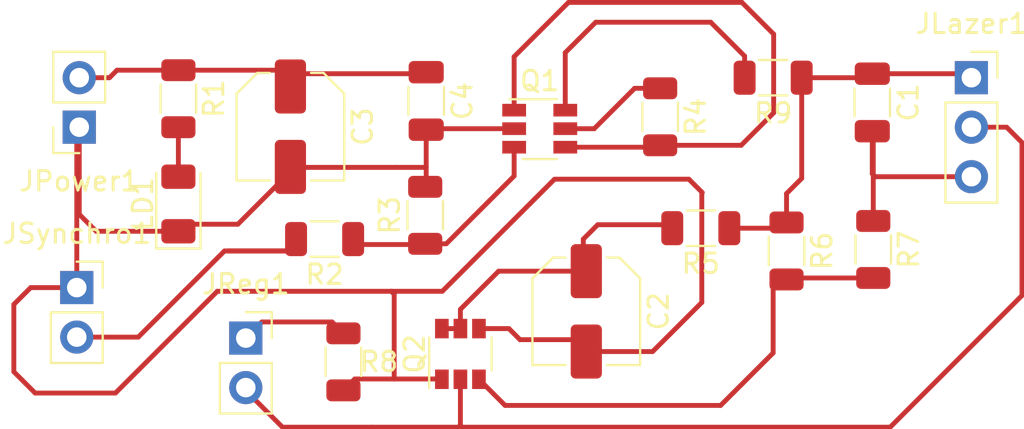
<source format=kicad_pcb>
(kicad_pcb (version 20171130) (host pcbnew "(5.1.9)-1")

  (general
    (thickness 1.6)
    (drawings 6)
    (tracks 120)
    (zones 0)
    (modules 20)
    (nets 13)
  )

  (page A4)
  (title_block
    (date 2021-06-29)
    (comment 2 semenenko_myk@ukr.net)
  )

  (layers
    (0 F.Cu signal)
    (1 In1.Cu signal hide)
    (2 In2.Cu signal hide)
    (31 B.Cu signal hide)
    (32 B.Adhes user hide)
    (33 F.Adhes user hide)
    (34 B.Paste user hide)
    (35 F.Paste user hide)
    (36 B.SilkS user hide)
    (37 F.SilkS user hide)
    (38 B.Mask user hide)
    (39 F.Mask user hide)
    (40 Dwgs.User user hide)
    (41 Cmts.User user hide)
    (42 Eco1.User user hide)
    (43 Eco2.User user hide)
    (44 Edge.Cuts user hide)
    (45 Margin user hide)
    (46 B.CrtYd user hide)
    (47 F.CrtYd user hide)
    (48 B.Fab user hide)
    (49 F.Fab user hide)
  )

  (setup
    (last_trace_width 0.25)
    (trace_clearance 0.2)
    (zone_clearance 0.508)
    (zone_45_only no)
    (trace_min 0.2)
    (via_size 0.8)
    (via_drill 0.4)
    (via_min_size 0.4)
    (via_min_drill 0.3)
    (uvia_size 0.3)
    (uvia_drill 0.1)
    (uvias_allowed no)
    (uvia_min_size 0.2)
    (uvia_min_drill 0.1)
    (edge_width 0.05)
    (segment_width 0.2)
    (pcb_text_width 0.3)
    (pcb_text_size 1.5 1.5)
    (mod_edge_width 0.12)
    (mod_text_size 1 1)
    (mod_text_width 0.15)
    (pad_size 1.524 1.524)
    (pad_drill 0.762)
    (pad_to_mask_clearance 0)
    (aux_axis_origin 0 0)
    (visible_elements 7FFFFFFF)
    (pcbplotparams
      (layerselection 0x010a0_7ffffff9)
      (usegerberextensions false)
      (usegerberattributes true)
      (usegerberadvancedattributes true)
      (creategerberjobfile true)
      (excludeedgelayer true)
      (linewidth 0.100000)
      (plotframeref false)
      (viasonmask false)
      (mode 1)
      (useauxorigin false)
      (hpglpennumber 1)
      (hpglpenspeed 20)
      (hpglpendiameter 15.000000)
      (psnegative false)
      (psa4output false)
      (plotreference true)
      (plotvalue true)
      (plotinvisibletext false)
      (padsonsilk false)
      (subtractmaskfromsilk false)
      (outputformat 1)
      (mirror false)
      (drillshape 0)
      (scaleselection 1)
      (outputdirectory ""))
  )

  (net 0 "")
  (net 1 "Net-(C1-Pad1)")
  (net 2 "Net-(C1-Pad2)")
  (net 3 "Net-(C2-Pad1)")
  (net 4 "Net-(C3-Pad1)")
  (net 5 "Net-(JReg1-Pad1)")
  (net 6 "Net-(JSynchro1-Pad2)")
  (net 7 "Net-(LD1-Pad2)")
  (net 8 "Net-(Q1-Pad1)")
  (net 9 "Net-(Q1-Pad3)")
  (net 10 "Net-(Q2-Pad3)")
  (net 11 GND)
  (net 12 PD)

  (net_class Default "This is the default net class."
    (clearance 0.2)
    (trace_width 0.25)
    (via_dia 0.8)
    (via_drill 0.4)
    (uvia_dia 0.3)
    (uvia_drill 0.1)
    (add_net GND)
    (add_net "Net-(C1-Pad1)")
    (add_net "Net-(C1-Pad2)")
    (add_net "Net-(C2-Pad1)")
    (add_net "Net-(C3-Pad1)")
    (add_net "Net-(JReg1-Pad1)")
    (add_net "Net-(JSynchro1-Pad2)")
    (add_net "Net-(LD1-Pad2)")
    (add_net "Net-(Q1-Pad1)")
    (add_net "Net-(Q1-Pad3)")
    (add_net "Net-(Q2-Pad3)")
    (add_net PD)
  )

  (module Capacitor_SMD:C_1206_3216Metric (layer F.Cu) (tedit 5F68FEEE) (tstamp 60DB88F6)
    (at 166.4462 91.3638 270)
    (descr "Capacitor SMD 1206 (3216 Metric), square (rectangular) end terminal, IPC_7351 nominal, (Body size source: IPC-SM-782 page 76, https://www.pcb-3d.com/wordpress/wp-content/uploads/ipc-sm-782a_amendment_1_and_2.pdf), generated with kicad-footprint-generator")
    (tags capacitor)
    (path /60E61385)
    (attr smd)
    (fp_text reference C1 (at 0 -1.85 90) (layer F.SilkS)
      (effects (font (size 1 1) (thickness 0.15)))
    )
    (fp_text value C100n (at 0 1.85 90) (layer F.Fab)
      (effects (font (size 1 1) (thickness 0.15)))
    )
    (fp_line (start 2.3 1.15) (end -2.3 1.15) (layer F.CrtYd) (width 0.05))
    (fp_line (start 2.3 -1.15) (end 2.3 1.15) (layer F.CrtYd) (width 0.05))
    (fp_line (start -2.3 -1.15) (end 2.3 -1.15) (layer F.CrtYd) (width 0.05))
    (fp_line (start -2.3 1.15) (end -2.3 -1.15) (layer F.CrtYd) (width 0.05))
    (fp_line (start -0.711252 0.91) (end 0.711252 0.91) (layer F.SilkS) (width 0.12))
    (fp_line (start -0.711252 -0.91) (end 0.711252 -0.91) (layer F.SilkS) (width 0.12))
    (fp_line (start 1.6 0.8) (end -1.6 0.8) (layer F.Fab) (width 0.1))
    (fp_line (start 1.6 -0.8) (end 1.6 0.8) (layer F.Fab) (width 0.1))
    (fp_line (start -1.6 -0.8) (end 1.6 -0.8) (layer F.Fab) (width 0.1))
    (fp_line (start -1.6 0.8) (end -1.6 -0.8) (layer F.Fab) (width 0.1))
    (fp_text user %R (at 0 0 90) (layer F.Fab)
      (effects (font (size 0.8 0.8) (thickness 0.12)))
    )
    (pad 1 smd roundrect (at -1.475 0 270) (size 1.15 1.8) (layers F.Cu F.Paste F.Mask) (roundrect_rratio 0.2173904347826087)
      (net 1 "Net-(C1-Pad1)"))
    (pad 2 smd roundrect (at 1.475 0 270) (size 1.15 1.8) (layers F.Cu F.Paste F.Mask) (roundrect_rratio 0.2173904347826087)
      (net 2 "Net-(C1-Pad2)"))
    (model ${KISYS3DMOD}/Capacitor_SMD.3dshapes/C_1206_3216Metric.wrl
      (at (xyz 0 0 0))
      (scale (xyz 1 1 1))
      (rotate (xyz 0 0 0))
    )
  )

  (module Capacitor_SMD:C_Elec_5x5.8 (layer F.Cu) (tedit 5BC8D926) (tstamp 60DB891A)
    (at 151.7904 102.0826 270)
    (descr "SMD capacitor, aluminum electrolytic nonpolar, 5.0x5.8mm")
    (tags "capacitor electrolyic nonpolar")
    (path /60E6AECA)
    (attr smd)
    (fp_text reference C2 (at 0 -3.7 90) (layer F.SilkS)
      (effects (font (size 1 1) (thickness 0.15)))
    )
    (fp_text value CP10 (at 0 3.7 90) (layer F.Fab)
      (effects (font (size 1 1) (thickness 0.15)))
    )
    (fp_line (start -3.7 1.05) (end -2.9 1.05) (layer F.CrtYd) (width 0.05))
    (fp_line (start -3.7 -1.05) (end -3.7 1.05) (layer F.CrtYd) (width 0.05))
    (fp_line (start -2.9 -1.05) (end -3.7 -1.05) (layer F.CrtYd) (width 0.05))
    (fp_line (start -2.9 1.05) (end -2.9 1.75) (layer F.CrtYd) (width 0.05))
    (fp_line (start -2.9 -1.75) (end -2.9 -1.05) (layer F.CrtYd) (width 0.05))
    (fp_line (start -2.9 -1.75) (end -1.75 -2.9) (layer F.CrtYd) (width 0.05))
    (fp_line (start -2.9 1.75) (end -1.75 2.9) (layer F.CrtYd) (width 0.05))
    (fp_line (start -1.75 -2.9) (end 2.9 -2.9) (layer F.CrtYd) (width 0.05))
    (fp_line (start -1.75 2.9) (end 2.9 2.9) (layer F.CrtYd) (width 0.05))
    (fp_line (start 2.9 1.05) (end 2.9 2.9) (layer F.CrtYd) (width 0.05))
    (fp_line (start 3.7 1.05) (end 2.9 1.05) (layer F.CrtYd) (width 0.05))
    (fp_line (start 3.7 -1.05) (end 3.7 1.05) (layer F.CrtYd) (width 0.05))
    (fp_line (start 2.9 -1.05) (end 3.7 -1.05) (layer F.CrtYd) (width 0.05))
    (fp_line (start 2.9 -2.9) (end 2.9 -1.05) (layer F.CrtYd) (width 0.05))
    (fp_line (start -2.76 1.695563) (end -1.695563 2.76) (layer F.SilkS) (width 0.12))
    (fp_line (start -2.76 -1.695563) (end -1.695563 -2.76) (layer F.SilkS) (width 0.12))
    (fp_line (start -2.76 -1.695563) (end -2.76 -1.06) (layer F.SilkS) (width 0.12))
    (fp_line (start -2.76 1.695563) (end -2.76 1.06) (layer F.SilkS) (width 0.12))
    (fp_line (start -1.695563 2.76) (end 2.76 2.76) (layer F.SilkS) (width 0.12))
    (fp_line (start -1.695563 -2.76) (end 2.76 -2.76) (layer F.SilkS) (width 0.12))
    (fp_line (start 2.76 -2.76) (end 2.76 -1.06) (layer F.SilkS) (width 0.12))
    (fp_line (start 2.76 2.76) (end 2.76 1.06) (layer F.SilkS) (width 0.12))
    (fp_line (start -2.65 1.65) (end -1.65 2.65) (layer F.Fab) (width 0.1))
    (fp_line (start -2.65 -1.65) (end -1.65 -2.65) (layer F.Fab) (width 0.1))
    (fp_line (start -2.65 -1.65) (end -2.65 1.65) (layer F.Fab) (width 0.1))
    (fp_line (start -1.65 2.65) (end 2.65 2.65) (layer F.Fab) (width 0.1))
    (fp_line (start -1.65 -2.65) (end 2.65 -2.65) (layer F.Fab) (width 0.1))
    (fp_line (start 2.65 -2.65) (end 2.65 2.65) (layer F.Fab) (width 0.1))
    (fp_circle (center 0 0) (end 2.5 0) (layer F.Fab) (width 0.1))
    (fp_text user %R (at 0 0 90) (layer F.Fab)
      (effects (font (size 1 1) (thickness 0.15)))
    )
    (pad 1 smd roundrect (at -2.0625 0 270) (size 2.775 1.6) (layers F.Cu F.Paste F.Mask) (roundrect_rratio 0.15625)
      (net 3 "Net-(C2-Pad1)"))
    (pad 2 smd roundrect (at 2.0625 0 270) (size 2.775 1.6) (layers F.Cu F.Paste F.Mask) (roundrect_rratio 0.15625)
      (net 11 GND))
    (model ${KISYS3DMOD}/Capacitor_SMD.3dshapes/C_Elec_5x5.8.wrl
      (at (xyz 0 0 0))
      (scale (xyz 1 1 1))
      (rotate (xyz 0 0 0))
    )
  )

  (module Capacitor_SMD:C_Elec_5x5.8 (layer F.Cu) (tedit 5BC8D926) (tstamp 60DB893E)
    (at 136.6266 92.6084 270)
    (descr "SMD capacitor, aluminum electrolytic nonpolar, 5.0x5.8mm")
    (tags "capacitor electrolyic nonpolar")
    (path /60E72B31)
    (attr smd)
    (fp_text reference C3 (at 0 -3.7 90) (layer F.SilkS)
      (effects (font (size 1 1) (thickness 0.15)))
    )
    (fp_text value CP10 (at 0 3.7 90) (layer F.Fab)
      (effects (font (size 1 1) (thickness 0.15)))
    )
    (fp_circle (center 0 0) (end 2.5 0) (layer F.Fab) (width 0.1))
    (fp_line (start 2.65 -2.65) (end 2.65 2.65) (layer F.Fab) (width 0.1))
    (fp_line (start -1.65 -2.65) (end 2.65 -2.65) (layer F.Fab) (width 0.1))
    (fp_line (start -1.65 2.65) (end 2.65 2.65) (layer F.Fab) (width 0.1))
    (fp_line (start -2.65 -1.65) (end -2.65 1.65) (layer F.Fab) (width 0.1))
    (fp_line (start -2.65 -1.65) (end -1.65 -2.65) (layer F.Fab) (width 0.1))
    (fp_line (start -2.65 1.65) (end -1.65 2.65) (layer F.Fab) (width 0.1))
    (fp_line (start 2.76 2.76) (end 2.76 1.06) (layer F.SilkS) (width 0.12))
    (fp_line (start 2.76 -2.76) (end 2.76 -1.06) (layer F.SilkS) (width 0.12))
    (fp_line (start -1.695563 -2.76) (end 2.76 -2.76) (layer F.SilkS) (width 0.12))
    (fp_line (start -1.695563 2.76) (end 2.76 2.76) (layer F.SilkS) (width 0.12))
    (fp_line (start -2.76 1.695563) (end -2.76 1.06) (layer F.SilkS) (width 0.12))
    (fp_line (start -2.76 -1.695563) (end -2.76 -1.06) (layer F.SilkS) (width 0.12))
    (fp_line (start -2.76 -1.695563) (end -1.695563 -2.76) (layer F.SilkS) (width 0.12))
    (fp_line (start -2.76 1.695563) (end -1.695563 2.76) (layer F.SilkS) (width 0.12))
    (fp_line (start 2.9 -2.9) (end 2.9 -1.05) (layer F.CrtYd) (width 0.05))
    (fp_line (start 2.9 -1.05) (end 3.7 -1.05) (layer F.CrtYd) (width 0.05))
    (fp_line (start 3.7 -1.05) (end 3.7 1.05) (layer F.CrtYd) (width 0.05))
    (fp_line (start 3.7 1.05) (end 2.9 1.05) (layer F.CrtYd) (width 0.05))
    (fp_line (start 2.9 1.05) (end 2.9 2.9) (layer F.CrtYd) (width 0.05))
    (fp_line (start -1.75 2.9) (end 2.9 2.9) (layer F.CrtYd) (width 0.05))
    (fp_line (start -1.75 -2.9) (end 2.9 -2.9) (layer F.CrtYd) (width 0.05))
    (fp_line (start -2.9 1.75) (end -1.75 2.9) (layer F.CrtYd) (width 0.05))
    (fp_line (start -2.9 -1.75) (end -1.75 -2.9) (layer F.CrtYd) (width 0.05))
    (fp_line (start -2.9 -1.75) (end -2.9 -1.05) (layer F.CrtYd) (width 0.05))
    (fp_line (start -2.9 1.05) (end -2.9 1.75) (layer F.CrtYd) (width 0.05))
    (fp_line (start -2.9 -1.05) (end -3.7 -1.05) (layer F.CrtYd) (width 0.05))
    (fp_line (start -3.7 -1.05) (end -3.7 1.05) (layer F.CrtYd) (width 0.05))
    (fp_line (start -3.7 1.05) (end -2.9 1.05) (layer F.CrtYd) (width 0.05))
    (fp_text user %R (at 0 0 90) (layer F.Fab)
      (effects (font (size 1 1) (thickness 0.15)))
    )
    (pad 2 smd roundrect (at 2.0625 0 270) (size 2.775 1.6) (layers F.Cu F.Paste F.Mask) (roundrect_rratio 0.15625)
      (net 11 GND))
    (pad 1 smd roundrect (at -2.0625 0 270) (size 2.775 1.6) (layers F.Cu F.Paste F.Mask) (roundrect_rratio 0.15625)
      (net 4 "Net-(C3-Pad1)"))
    (model ${KISYS3DMOD}/Capacitor_SMD.3dshapes/C_Elec_5x5.8.wrl
      (at (xyz 0 0 0))
      (scale (xyz 1 1 1))
      (rotate (xyz 0 0 0))
    )
  )

  (module Capacitor_SMD:C_1206_3216Metric (layer F.Cu) (tedit 5F68FEEE) (tstamp 60DB894F)
    (at 143.5862 91.2876 270)
    (descr "Capacitor SMD 1206 (3216 Metric), square (rectangular) end terminal, IPC_7351 nominal, (Body size source: IPC-SM-782 page 76, https://www.pcb-3d.com/wordpress/wp-content/uploads/ipc-sm-782a_amendment_1_and_2.pdf), generated with kicad-footprint-generator")
    (tags capacitor)
    (path /60E74725)
    (attr smd)
    (fp_text reference C4 (at 0 -1.85 90) (layer F.SilkS)
      (effects (font (size 1 1) (thickness 0.15)))
    )
    (fp_text value C100n (at 0 1.85 90) (layer F.Fab)
      (effects (font (size 1 1) (thickness 0.15)))
    )
    (fp_line (start -1.6 0.8) (end -1.6 -0.8) (layer F.Fab) (width 0.1))
    (fp_line (start -1.6 -0.8) (end 1.6 -0.8) (layer F.Fab) (width 0.1))
    (fp_line (start 1.6 -0.8) (end 1.6 0.8) (layer F.Fab) (width 0.1))
    (fp_line (start 1.6 0.8) (end -1.6 0.8) (layer F.Fab) (width 0.1))
    (fp_line (start -0.711252 -0.91) (end 0.711252 -0.91) (layer F.SilkS) (width 0.12))
    (fp_line (start -0.711252 0.91) (end 0.711252 0.91) (layer F.SilkS) (width 0.12))
    (fp_line (start -2.3 1.15) (end -2.3 -1.15) (layer F.CrtYd) (width 0.05))
    (fp_line (start -2.3 -1.15) (end 2.3 -1.15) (layer F.CrtYd) (width 0.05))
    (fp_line (start 2.3 -1.15) (end 2.3 1.15) (layer F.CrtYd) (width 0.05))
    (fp_line (start 2.3 1.15) (end -2.3 1.15) (layer F.CrtYd) (width 0.05))
    (fp_text user %R (at 0 0 90) (layer F.Fab)
      (effects (font (size 0.8 0.8) (thickness 0.12)))
    )
    (pad 2 smd roundrect (at 1.475 0 270) (size 1.15 1.8) (layers F.Cu F.Paste F.Mask) (roundrect_rratio 0.2173904347826087)
      (net 11 GND))
    (pad 1 smd roundrect (at -1.475 0 270) (size 1.15 1.8) (layers F.Cu F.Paste F.Mask) (roundrect_rratio 0.2173904347826087)
      (net 4 "Net-(C3-Pad1)"))
    (model ${KISYS3DMOD}/Capacitor_SMD.3dshapes/C_1206_3216Metric.wrl
      (at (xyz 0 0 0))
      (scale (xyz 1 1 1))
      (rotate (xyz 0 0 0))
    )
  )

  (module Connector_PinSocket_2.54mm:PinSocket_1x03_P2.54mm_Vertical (layer F.Cu) (tedit 5A19A429) (tstamp 60DB8966)
    (at 171.5262 90.0938)
    (descr "Through hole straight socket strip, 1x03, 2.54mm pitch, single row (from Kicad 4.0.7), script generated")
    (tags "Through hole socket strip THT 1x03 2.54mm single row")
    (path /60E0A928)
    (fp_text reference JLazer1 (at 0 -2.77) (layer F.SilkS)
      (effects (font (size 1 1) (thickness 0.15)))
    )
    (fp_text value Conn_01x03 (at 0 7.85) (layer F.Fab)
      (effects (font (size 1 1) (thickness 0.15)))
    )
    (fp_line (start -1.8 6.85) (end -1.8 -1.8) (layer F.CrtYd) (width 0.05))
    (fp_line (start 1.75 6.85) (end -1.8 6.85) (layer F.CrtYd) (width 0.05))
    (fp_line (start 1.75 -1.8) (end 1.75 6.85) (layer F.CrtYd) (width 0.05))
    (fp_line (start -1.8 -1.8) (end 1.75 -1.8) (layer F.CrtYd) (width 0.05))
    (fp_line (start 0 -1.33) (end 1.33 -1.33) (layer F.SilkS) (width 0.12))
    (fp_line (start 1.33 -1.33) (end 1.33 0) (layer F.SilkS) (width 0.12))
    (fp_line (start 1.33 1.27) (end 1.33 6.41) (layer F.SilkS) (width 0.12))
    (fp_line (start -1.33 6.41) (end 1.33 6.41) (layer F.SilkS) (width 0.12))
    (fp_line (start -1.33 1.27) (end -1.33 6.41) (layer F.SilkS) (width 0.12))
    (fp_line (start -1.33 1.27) (end 1.33 1.27) (layer F.SilkS) (width 0.12))
    (fp_line (start -1.27 6.35) (end -1.27 -1.27) (layer F.Fab) (width 0.1))
    (fp_line (start 1.27 6.35) (end -1.27 6.35) (layer F.Fab) (width 0.1))
    (fp_line (start 1.27 -0.635) (end 1.27 6.35) (layer F.Fab) (width 0.1))
    (fp_line (start 0.635 -1.27) (end 1.27 -0.635) (layer F.Fab) (width 0.1))
    (fp_line (start -1.27 -1.27) (end 0.635 -1.27) (layer F.Fab) (width 0.1))
    (fp_text user %R (at 0 2.54 90) (layer F.Fab)
      (effects (font (size 1 1) (thickness 0.15)))
    )
    (pad 1 thru_hole rect (at 0 0) (size 1.7 1.7) (drill 1) (layers *.Cu *.Mask)
      (net 1 "Net-(C1-Pad1)"))
    (pad 2 thru_hole oval (at 0 2.54) (size 1.7 1.7) (drill 1) (layers *.Cu *.Mask)
      (net 12 PD))
    (pad 3 thru_hole oval (at 0 5.08) (size 1.7 1.7) (drill 1) (layers *.Cu *.Mask)
      (net 2 "Net-(C1-Pad2)"))
    (model ${KISYS3DMOD}/Connector_PinSocket_2.54mm.3dshapes/PinSocket_1x03_P2.54mm_Vertical.wrl
      (at (xyz 0 0 0))
      (scale (xyz 1 1 1))
      (rotate (xyz 0 0 0))
    )
  )

  (module Connector_PinSocket_2.54mm:PinSocket_1x02_P2.54mm_Vertical (layer F.Cu) (tedit 5A19A420) (tstamp 60DB897C)
    (at 125.8062 92.6338 180)
    (descr "Through hole straight socket strip, 1x02, 2.54mm pitch, single row (from Kicad 4.0.7), script generated")
    (tags "Through hole socket strip THT 1x02 2.54mm single row")
    (path /60DE772C)
    (fp_text reference JPower1 (at 0 -2.77) (layer F.SilkS)
      (effects (font (size 1 1) (thickness 0.15)))
    )
    (fp_text value Conn_01x02 (at 0 5.31) (layer F.Fab)
      (effects (font (size 1 1) (thickness 0.15)))
    )
    (fp_line (start -1.8 4.3) (end -1.8 -1.8) (layer F.CrtYd) (width 0.05))
    (fp_line (start 1.75 4.3) (end -1.8 4.3) (layer F.CrtYd) (width 0.05))
    (fp_line (start 1.75 -1.8) (end 1.75 4.3) (layer F.CrtYd) (width 0.05))
    (fp_line (start -1.8 -1.8) (end 1.75 -1.8) (layer F.CrtYd) (width 0.05))
    (fp_line (start 0 -1.33) (end 1.33 -1.33) (layer F.SilkS) (width 0.12))
    (fp_line (start 1.33 -1.33) (end 1.33 0) (layer F.SilkS) (width 0.12))
    (fp_line (start 1.33 1.27) (end 1.33 3.87) (layer F.SilkS) (width 0.12))
    (fp_line (start -1.33 3.87) (end 1.33 3.87) (layer F.SilkS) (width 0.12))
    (fp_line (start -1.33 1.27) (end -1.33 3.87) (layer F.SilkS) (width 0.12))
    (fp_line (start -1.33 1.27) (end 1.33 1.27) (layer F.SilkS) (width 0.12))
    (fp_line (start -1.27 3.81) (end -1.27 -1.27) (layer F.Fab) (width 0.1))
    (fp_line (start 1.27 3.81) (end -1.27 3.81) (layer F.Fab) (width 0.1))
    (fp_line (start 1.27 -0.635) (end 1.27 3.81) (layer F.Fab) (width 0.1))
    (fp_line (start 0.635 -1.27) (end 1.27 -0.635) (layer F.Fab) (width 0.1))
    (fp_line (start -1.27 -1.27) (end 0.635 -1.27) (layer F.Fab) (width 0.1))
    (fp_text user %R (at 0 1.27 90) (layer F.Fab)
      (effects (font (size 1 1) (thickness 0.15)))
    )
    (pad 1 thru_hole rect (at 0 0 180) (size 1.7 1.7) (drill 1) (layers *.Cu *.Mask)
      (net 11 GND))
    (pad 2 thru_hole oval (at 0 2.54 180) (size 1.7 1.7) (drill 1) (layers *.Cu *.Mask)
      (net 4 "Net-(C3-Pad1)"))
    (model ${KISYS3DMOD}/Connector_PinSocket_2.54mm.3dshapes/PinSocket_1x02_P2.54mm_Vertical.wrl
      (at (xyz 0 0 0))
      (scale (xyz 1 1 1))
      (rotate (xyz 0 0 0))
    )
  )

  (module Connector_PinSocket_2.54mm:PinSocket_1x02_P2.54mm_Vertical (layer F.Cu) (tedit 5A19A420) (tstamp 60DB8992)
    (at 134.3406 103.4542)
    (descr "Through hole straight socket strip, 1x02, 2.54mm pitch, single row (from Kicad 4.0.7), script generated")
    (tags "Through hole socket strip THT 1x02 2.54mm single row")
    (path /60DF61C1)
    (fp_text reference JReg1 (at 0 -2.77) (layer F.SilkS)
      (effects (font (size 1 1) (thickness 0.15)))
    )
    (fp_text value Conn_01x02 (at 0 5.31) (layer F.Fab)
      (effects (font (size 1 1) (thickness 0.15)))
    )
    (fp_line (start -1.8 4.3) (end -1.8 -1.8) (layer F.CrtYd) (width 0.05))
    (fp_line (start 1.75 4.3) (end -1.8 4.3) (layer F.CrtYd) (width 0.05))
    (fp_line (start 1.75 -1.8) (end 1.75 4.3) (layer F.CrtYd) (width 0.05))
    (fp_line (start -1.8 -1.8) (end 1.75 -1.8) (layer F.CrtYd) (width 0.05))
    (fp_line (start 0 -1.33) (end 1.33 -1.33) (layer F.SilkS) (width 0.12))
    (fp_line (start 1.33 -1.33) (end 1.33 0) (layer F.SilkS) (width 0.12))
    (fp_line (start 1.33 1.27) (end 1.33 3.87) (layer F.SilkS) (width 0.12))
    (fp_line (start -1.33 3.87) (end 1.33 3.87) (layer F.SilkS) (width 0.12))
    (fp_line (start -1.33 1.27) (end -1.33 3.87) (layer F.SilkS) (width 0.12))
    (fp_line (start -1.33 1.27) (end 1.33 1.27) (layer F.SilkS) (width 0.12))
    (fp_line (start -1.27 3.81) (end -1.27 -1.27) (layer F.Fab) (width 0.1))
    (fp_line (start 1.27 3.81) (end -1.27 3.81) (layer F.Fab) (width 0.1))
    (fp_line (start 1.27 -0.635) (end 1.27 3.81) (layer F.Fab) (width 0.1))
    (fp_line (start 0.635 -1.27) (end 1.27 -0.635) (layer F.Fab) (width 0.1))
    (fp_line (start -1.27 -1.27) (end 0.635 -1.27) (layer F.Fab) (width 0.1))
    (fp_text user %R (at 0 1.27 90) (layer F.Fab)
      (effects (font (size 1 1) (thickness 0.15)))
    )
    (pad 1 thru_hole rect (at 0 0) (size 1.7 1.7) (drill 1) (layers *.Cu *.Mask)
      (net 5 "Net-(JReg1-Pad1)"))
    (pad 2 thru_hole oval (at 0 2.54) (size 1.7 1.7) (drill 1) (layers *.Cu *.Mask)
      (net 12 PD))
    (model ${KISYS3DMOD}/Connector_PinSocket_2.54mm.3dshapes/PinSocket_1x02_P2.54mm_Vertical.wrl
      (at (xyz 0 0 0))
      (scale (xyz 1 1 1))
      (rotate (xyz 0 0 0))
    )
  )

  (module Connector_PinSocket_2.54mm:PinSocket_1x02_P2.54mm_Vertical (layer F.Cu) (tedit 5A19A420) (tstamp 60DB89A8)
    (at 125.6792 100.8634)
    (descr "Through hole straight socket strip, 1x02, 2.54mm pitch, single row (from Kicad 4.0.7), script generated")
    (tags "Through hole socket strip THT 1x02 2.54mm single row")
    (path /60DE89CF)
    (fp_text reference JSynchro1 (at 0 -2.77) (layer F.SilkS)
      (effects (font (size 1 1) (thickness 0.15)))
    )
    (fp_text value Conn_01x02 (at 0 5.31) (layer F.Fab)
      (effects (font (size 1 1) (thickness 0.15)))
    )
    (fp_line (start -1.27 -1.27) (end 0.635 -1.27) (layer F.Fab) (width 0.1))
    (fp_line (start 0.635 -1.27) (end 1.27 -0.635) (layer F.Fab) (width 0.1))
    (fp_line (start 1.27 -0.635) (end 1.27 3.81) (layer F.Fab) (width 0.1))
    (fp_line (start 1.27 3.81) (end -1.27 3.81) (layer F.Fab) (width 0.1))
    (fp_line (start -1.27 3.81) (end -1.27 -1.27) (layer F.Fab) (width 0.1))
    (fp_line (start -1.33 1.27) (end 1.33 1.27) (layer F.SilkS) (width 0.12))
    (fp_line (start -1.33 1.27) (end -1.33 3.87) (layer F.SilkS) (width 0.12))
    (fp_line (start -1.33 3.87) (end 1.33 3.87) (layer F.SilkS) (width 0.12))
    (fp_line (start 1.33 1.27) (end 1.33 3.87) (layer F.SilkS) (width 0.12))
    (fp_line (start 1.33 -1.33) (end 1.33 0) (layer F.SilkS) (width 0.12))
    (fp_line (start 0 -1.33) (end 1.33 -1.33) (layer F.SilkS) (width 0.12))
    (fp_line (start -1.8 -1.8) (end 1.75 -1.8) (layer F.CrtYd) (width 0.05))
    (fp_line (start 1.75 -1.8) (end 1.75 4.3) (layer F.CrtYd) (width 0.05))
    (fp_line (start 1.75 4.3) (end -1.8 4.3) (layer F.CrtYd) (width 0.05))
    (fp_line (start -1.8 4.3) (end -1.8 -1.8) (layer F.CrtYd) (width 0.05))
    (fp_text user %R (at 0 1.27 180) (layer F.Fab)
      (effects (font (size 1 1) (thickness 0.15)))
    )
    (pad 2 thru_hole oval (at 0 2.54) (size 1.7 1.7) (drill 1) (layers *.Cu *.Mask)
      (net 6 "Net-(JSynchro1-Pad2)"))
    (pad 1 thru_hole rect (at 0 0) (size 1.7 1.7) (drill 1) (layers *.Cu *.Mask)
      (net 11 GND))
    (model ${KISYS3DMOD}/Connector_PinSocket_2.54mm.3dshapes/PinSocket_1x02_P2.54mm_Vertical.wrl
      (at (xyz 0 0 0))
      (scale (xyz 1 1 1))
      (rotate (xyz 0 0 0))
    )
  )

  (module Package_TO_SOT_SMD:TSOT-23-6 (layer F.Cu) (tedit 5A02FF57) (tstamp 60DB89D2)
    (at 149.4028 92.71)
    (descr "6-pin TSOT23 package, http://cds.linear.com/docs/en/packaging/SOT_6_05-08-1636.pdf")
    (tags "TSOT-23-6 MK06A TSOT-6")
    (path /60DB245E)
    (attr smd)
    (fp_text reference Q1 (at 0 -2.45) (layer F.SilkS)
      (effects (font (size 1 1) (thickness 0.15)))
    )
    (fp_text value DMC2053UVT (at 0 2.5) (layer F.Fab)
      (effects (font (size 1 1) (thickness 0.15)))
    )
    (fp_line (start 2.17 1.7) (end -2.17 1.7) (layer F.CrtYd) (width 0.05))
    (fp_line (start 2.17 1.7) (end 2.17 -1.7) (layer F.CrtYd) (width 0.05))
    (fp_line (start -2.17 -1.7) (end -2.17 1.7) (layer F.CrtYd) (width 0.05))
    (fp_line (start -2.17 -1.7) (end 2.17 -1.7) (layer F.CrtYd) (width 0.05))
    (fp_line (start 0.88 -1.45) (end 0.88 1.45) (layer F.Fab) (width 0.1))
    (fp_line (start 0.88 1.45) (end -0.88 1.45) (layer F.Fab) (width 0.1))
    (fp_line (start -0.88 -1) (end -0.88 1.45) (layer F.Fab) (width 0.1))
    (fp_line (start 0.88 -1.45) (end -0.43 -1.45) (layer F.Fab) (width 0.1))
    (fp_line (start -0.88 -1) (end -0.43 -1.45) (layer F.Fab) (width 0.1))
    (fp_line (start 0.88 -1.51) (end -1.55 -1.51) (layer F.SilkS) (width 0.12))
    (fp_line (start -0.88 1.56) (end 0.88 1.56) (layer F.SilkS) (width 0.12))
    (fp_text user %R (at 0 0 90) (layer F.Fab)
      (effects (font (size 0.5 0.5) (thickness 0.075)))
    )
    (pad 1 smd rect (at -1.31 -0.95) (size 1.22 0.65) (layers F.Cu F.Paste F.Mask)
      (net 8 "Net-(Q1-Pad1)"))
    (pad 2 smd rect (at -1.31 0) (size 1.22 0.65) (layers F.Cu F.Paste F.Mask)
      (net 11 GND))
    (pad 3 smd rect (at -1.31 0.95) (size 1.22 0.65) (layers F.Cu F.Paste F.Mask)
      (net 9 "Net-(Q1-Pad3)"))
    (pad 4 smd rect (at 1.31 0.95) (size 1.22 0.65) (layers F.Cu F.Paste F.Mask)
      (net 8 "Net-(Q1-Pad1)"))
    (pad 5 smd rect (at 1.31 0) (size 1.22 0.65) (layers F.Cu F.Paste F.Mask)
      (net 4 "Net-(C3-Pad1)"))
    (pad 6 smd rect (at 1.31 -0.95) (size 1.22 0.65) (layers F.Cu F.Paste F.Mask)
      (net 1 "Net-(C1-Pad1)"))
    (model ${KISYS3DMOD}/Package_TO_SOT_SMD.3dshapes/TSOT-23-6.wrl
      (at (xyz 0 0 0))
      (scale (xyz 1 1 1))
      (rotate (xyz 0 0 0))
    )
  )

  (module Package_TO_SOT_SMD:SuperSOT-6 (layer F.Cu) (tedit 5A02FF57) (tstamp 60DB89E8)
    (at 145.3388 104.267 90)
    (descr "6-pin SuperSOT package http://www.mouser.com/ds/2/149/FMB5551-889214.pdf")
    (tags "SuperSOT-6 SSOT-6")
    (path /60E0F636)
    (attr smd)
    (fp_text reference Q2 (at 0 -2.35 90) (layer F.SilkS)
      (effects (font (size 1 1) (thickness 0.15)))
    )
    (fp_text value BC846BDW1 (at 0 2.5 90) (layer F.Fab)
      (effects (font (size 1 1) (thickness 0.15)))
    )
    (fp_line (start 2.05 1.7) (end -2.05 1.7) (layer F.CrtYd) (width 0.05))
    (fp_line (start 2.05 1.7) (end 2.05 -1.7) (layer F.CrtYd) (width 0.05))
    (fp_line (start -2.05 -1.7) (end -2.05 1.7) (layer F.CrtYd) (width 0.05))
    (fp_line (start -2.05 -1.7) (end 2.05 -1.7) (layer F.CrtYd) (width 0.05))
    (fp_line (start -0.85 -1) (end -0.85 1.45) (layer F.Fab) (width 0.12))
    (fp_line (start -0.4 -1.45) (end -0.85 -1) (layer F.Fab) (width 0.12))
    (fp_line (start 0.85 -1.45) (end -0.4 -1.45) (layer F.Fab) (width 0.12))
    (fp_line (start 0.85 1.45) (end 0.85 -1.45) (layer F.Fab) (width 0.12))
    (fp_line (start -0.85 1.45) (end 0.85 1.45) (layer F.Fab) (width 0.12))
    (fp_line (start 0.85 1.6) (end -0.85 1.6) (layer F.SilkS) (width 0.12))
    (fp_line (start 0.85 -1.6) (end -1.75 -1.6) (layer F.SilkS) (width 0.12))
    (fp_text user %R (at 0 0) (layer F.Fab)
      (effects (font (size 0.5 0.5) (thickness 0.075)))
    )
    (pad 1 smd rect (at -1.3 -0.95 90) (size 1 0.7) (layers F.Cu F.Paste F.Mask)
      (net 11 GND))
    (pad 2 smd rect (at -1.3 0 90) (size 1 0.7) (layers F.Cu F.Paste F.Mask)
      (net 12 PD))
    (pad 3 smd rect (at -1.3 0.95 90) (size 1 0.7) (layers F.Cu F.Paste F.Mask)
      (net 10 "Net-(Q2-Pad3)"))
    (pad 4 smd rect (at 1.3 0.95 90) (size 1 0.7) (layers F.Cu F.Paste F.Mask)
      (net 11 GND))
    (pad 6 smd rect (at 1.3 -0.95 90) (size 1 0.7) (layers F.Cu F.Paste F.Mask)
      (net 3 "Net-(C2-Pad1)"))
    (pad 5 smd rect (at 1.3 0 90) (size 1 0.7) (layers F.Cu F.Paste F.Mask)
      (net 3 "Net-(C2-Pad1)"))
    (model ${KISYS3DMOD}/Package_TO_SOT_SMD.3dshapes/SuperSOT-6.wrl
      (at (xyz 0 0 0))
      (scale (xyz 1 1 1))
      (rotate (xyz 0 0 0))
    )
  )

  (module Resistor_SMD:R_1206_3216Metric (layer F.Cu) (tedit 5F68FEEE) (tstamp 60DB89F9)
    (at 130.8862 91.1713 270)
    (descr "Resistor SMD 1206 (3216 Metric), square (rectangular) end terminal, IPC_7351 nominal, (Body size source: IPC-SM-782 page 72, https://www.pcb-3d.com/wordpress/wp-content/uploads/ipc-sm-782a_amendment_1_and_2.pdf), generated with kicad-footprint-generator")
    (tags resistor)
    (path /60DD5846)
    (attr smd)
    (fp_text reference R1 (at 0 -1.82 90) (layer F.SilkS)
      (effects (font (size 1 1) (thickness 0.15)))
    )
    (fp_text value R_330 (at 0 1.82 90) (layer F.Fab)
      (effects (font (size 1 1) (thickness 0.15)))
    )
    (fp_line (start 2.28 1.12) (end -2.28 1.12) (layer F.CrtYd) (width 0.05))
    (fp_line (start 2.28 -1.12) (end 2.28 1.12) (layer F.CrtYd) (width 0.05))
    (fp_line (start -2.28 -1.12) (end 2.28 -1.12) (layer F.CrtYd) (width 0.05))
    (fp_line (start -2.28 1.12) (end -2.28 -1.12) (layer F.CrtYd) (width 0.05))
    (fp_line (start -0.727064 0.91) (end 0.727064 0.91) (layer F.SilkS) (width 0.12))
    (fp_line (start -0.727064 -0.91) (end 0.727064 -0.91) (layer F.SilkS) (width 0.12))
    (fp_line (start 1.6 0.8) (end -1.6 0.8) (layer F.Fab) (width 0.1))
    (fp_line (start 1.6 -0.8) (end 1.6 0.8) (layer F.Fab) (width 0.1))
    (fp_line (start -1.6 -0.8) (end 1.6 -0.8) (layer F.Fab) (width 0.1))
    (fp_line (start -1.6 0.8) (end -1.6 -0.8) (layer F.Fab) (width 0.1))
    (fp_text user %R (at 0 0 90) (layer F.Fab)
      (effects (font (size 0.8 0.8) (thickness 0.12)))
    )
    (pad 1 smd roundrect (at -1.4625 0 270) (size 1.125 1.75) (layers F.Cu F.Paste F.Mask) (roundrect_rratio 0.2222213333333333)
      (net 4 "Net-(C3-Pad1)"))
    (pad 2 smd roundrect (at 1.4625 0 270) (size 1.125 1.75) (layers F.Cu F.Paste F.Mask) (roundrect_rratio 0.2222213333333333)
      (net 7 "Net-(LD1-Pad2)"))
    (model ${KISYS3DMOD}/Resistor_SMD.3dshapes/R_1206_3216Metric.wrl
      (at (xyz 0 0 0))
      (scale (xyz 1 1 1))
      (rotate (xyz 0 0 0))
    )
  )

  (module Resistor_SMD:R_1206_3216Metric (layer F.Cu) (tedit 5F68FEEE) (tstamp 60DB8A0A)
    (at 138.3792 98.3742 180)
    (descr "Resistor SMD 1206 (3216 Metric), square (rectangular) end terminal, IPC_7351 nominal, (Body size source: IPC-SM-782 page 72, https://www.pcb-3d.com/wordpress/wp-content/uploads/ipc-sm-782a_amendment_1_and_2.pdf), generated with kicad-footprint-generator")
    (tags resistor)
    (path /60DC84BC)
    (attr smd)
    (fp_text reference R2 (at 0 -1.82) (layer F.SilkS)
      (effects (font (size 1 1) (thickness 0.15)))
    )
    (fp_text value R_330 (at 0 1.82) (layer F.Fab)
      (effects (font (size 1 1) (thickness 0.15)))
    )
    (fp_line (start 2.28 1.12) (end -2.28 1.12) (layer F.CrtYd) (width 0.05))
    (fp_line (start 2.28 -1.12) (end 2.28 1.12) (layer F.CrtYd) (width 0.05))
    (fp_line (start -2.28 -1.12) (end 2.28 -1.12) (layer F.CrtYd) (width 0.05))
    (fp_line (start -2.28 1.12) (end -2.28 -1.12) (layer F.CrtYd) (width 0.05))
    (fp_line (start -0.727064 0.91) (end 0.727064 0.91) (layer F.SilkS) (width 0.12))
    (fp_line (start -0.727064 -0.91) (end 0.727064 -0.91) (layer F.SilkS) (width 0.12))
    (fp_line (start 1.6 0.8) (end -1.6 0.8) (layer F.Fab) (width 0.1))
    (fp_line (start 1.6 -0.8) (end 1.6 0.8) (layer F.Fab) (width 0.1))
    (fp_line (start -1.6 -0.8) (end 1.6 -0.8) (layer F.Fab) (width 0.1))
    (fp_line (start -1.6 0.8) (end -1.6 -0.8) (layer F.Fab) (width 0.1))
    (fp_text user %R (at 0 0) (layer F.Fab)
      (effects (font (size 0.8 0.8) (thickness 0.12)))
    )
    (pad 1 smd roundrect (at -1.4625 0 180) (size 1.125 1.75) (layers F.Cu F.Paste F.Mask) (roundrect_rratio 0.2222213333333333)
      (net 9 "Net-(Q1-Pad3)"))
    (pad 2 smd roundrect (at 1.4625 0 180) (size 1.125 1.75) (layers F.Cu F.Paste F.Mask) (roundrect_rratio 0.2222213333333333)
      (net 6 "Net-(JSynchro1-Pad2)"))
    (model ${KISYS3DMOD}/Resistor_SMD.3dshapes/R_1206_3216Metric.wrl
      (at (xyz 0 0 0))
      (scale (xyz 1 1 1))
      (rotate (xyz 0 0 0))
    )
  )

  (module Resistor_SMD:R_1206_3216Metric (layer F.Cu) (tedit 5F68FEEE) (tstamp 60DB8A1B)
    (at 143.5354 97.155 90)
    (descr "Resistor SMD 1206 (3216 Metric), square (rectangular) end terminal, IPC_7351 nominal, (Body size source: IPC-SM-782 page 72, https://www.pcb-3d.com/wordpress/wp-content/uploads/ipc-sm-782a_amendment_1_and_2.pdf), generated with kicad-footprint-generator")
    (tags resistor)
    (path /60DC691A)
    (attr smd)
    (fp_text reference R3 (at 0 -1.82 90) (layer F.SilkS)
      (effects (font (size 1 1) (thickness 0.15)))
    )
    (fp_text value R_10K (at 0 1.82 90) (layer F.Fab)
      (effects (font (size 1 1) (thickness 0.15)))
    )
    (fp_line (start 2.28 1.12) (end -2.28 1.12) (layer F.CrtYd) (width 0.05))
    (fp_line (start 2.28 -1.12) (end 2.28 1.12) (layer F.CrtYd) (width 0.05))
    (fp_line (start -2.28 -1.12) (end 2.28 -1.12) (layer F.CrtYd) (width 0.05))
    (fp_line (start -2.28 1.12) (end -2.28 -1.12) (layer F.CrtYd) (width 0.05))
    (fp_line (start -0.727064 0.91) (end 0.727064 0.91) (layer F.SilkS) (width 0.12))
    (fp_line (start -0.727064 -0.91) (end 0.727064 -0.91) (layer F.SilkS) (width 0.12))
    (fp_line (start 1.6 0.8) (end -1.6 0.8) (layer F.Fab) (width 0.1))
    (fp_line (start 1.6 -0.8) (end 1.6 0.8) (layer F.Fab) (width 0.1))
    (fp_line (start -1.6 -0.8) (end 1.6 -0.8) (layer F.Fab) (width 0.1))
    (fp_line (start -1.6 0.8) (end -1.6 -0.8) (layer F.Fab) (width 0.1))
    (fp_text user %R (at 0 0) (layer F.Fab)
      (effects (font (size 0.8 0.8) (thickness 0.12)))
    )
    (pad 1 smd roundrect (at -1.4625 0 90) (size 1.125 1.75) (layers F.Cu F.Paste F.Mask) (roundrect_rratio 0.2222213333333333)
      (net 9 "Net-(Q1-Pad3)"))
    (pad 2 smd roundrect (at 1.4625 0 90) (size 1.125 1.75) (layers F.Cu F.Paste F.Mask) (roundrect_rratio 0.2222213333333333)
      (net 11 GND))
    (model ${KISYS3DMOD}/Resistor_SMD.3dshapes/R_1206_3216Metric.wrl
      (at (xyz 0 0 0))
      (scale (xyz 1 1 1))
      (rotate (xyz 0 0 0))
    )
  )

  (module Resistor_SMD:R_1206_3216Metric (layer F.Cu) (tedit 5F68FEEE) (tstamp 60DB8A2C)
    (at 155.575 92.1004 270)
    (descr "Resistor SMD 1206 (3216 Metric), square (rectangular) end terminal, IPC_7351 nominal, (Body size source: IPC-SM-782 page 72, https://www.pcb-3d.com/wordpress/wp-content/uploads/ipc-sm-782a_amendment_1_and_2.pdf), generated with kicad-footprint-generator")
    (tags resistor)
    (path /60DC1D20)
    (attr smd)
    (fp_text reference R4 (at 0 -1.82 90) (layer F.SilkS)
      (effects (font (size 1 1) (thickness 0.15)))
    )
    (fp_text value R_1K (at 0 1.82 90) (layer F.Fab)
      (effects (font (size 1 1) (thickness 0.15)))
    )
    (fp_line (start -1.6 0.8) (end -1.6 -0.8) (layer F.Fab) (width 0.1))
    (fp_line (start -1.6 -0.8) (end 1.6 -0.8) (layer F.Fab) (width 0.1))
    (fp_line (start 1.6 -0.8) (end 1.6 0.8) (layer F.Fab) (width 0.1))
    (fp_line (start 1.6 0.8) (end -1.6 0.8) (layer F.Fab) (width 0.1))
    (fp_line (start -0.727064 -0.91) (end 0.727064 -0.91) (layer F.SilkS) (width 0.12))
    (fp_line (start -0.727064 0.91) (end 0.727064 0.91) (layer F.SilkS) (width 0.12))
    (fp_line (start -2.28 1.12) (end -2.28 -1.12) (layer F.CrtYd) (width 0.05))
    (fp_line (start -2.28 -1.12) (end 2.28 -1.12) (layer F.CrtYd) (width 0.05))
    (fp_line (start 2.28 -1.12) (end 2.28 1.12) (layer F.CrtYd) (width 0.05))
    (fp_line (start 2.28 1.12) (end -2.28 1.12) (layer F.CrtYd) (width 0.05))
    (fp_text user %R (at 0 0 90) (layer F.Fab)
      (effects (font (size 0.8 0.8) (thickness 0.12)))
    )
    (pad 2 smd roundrect (at 1.4625 0 270) (size 1.125 1.75) (layers F.Cu F.Paste F.Mask) (roundrect_rratio 0.2222213333333333)
      (net 8 "Net-(Q1-Pad1)"))
    (pad 1 smd roundrect (at -1.4625 0 270) (size 1.125 1.75) (layers F.Cu F.Paste F.Mask) (roundrect_rratio 0.2222213333333333)
      (net 4 "Net-(C3-Pad1)"))
    (model ${KISYS3DMOD}/Resistor_SMD.3dshapes/R_1206_3216Metric.wrl
      (at (xyz 0 0 0))
      (scale (xyz 1 1 1))
      (rotate (xyz 0 0 0))
    )
  )

  (module Resistor_SMD:R_1206_3216Metric (layer F.Cu) (tedit 5F68FEEE) (tstamp 60DB8A3D)
    (at 157.6578 97.8154 180)
    (descr "Resistor SMD 1206 (3216 Metric), square (rectangular) end terminal, IPC_7351 nominal, (Body size source: IPC-SM-782 page 72, https://www.pcb-3d.com/wordpress/wp-content/uploads/ipc-sm-782a_amendment_1_and_2.pdf), generated with kicad-footprint-generator")
    (tags resistor)
    (path /60DF79FF)
    (attr smd)
    (fp_text reference R5 (at 0 -1.82) (layer F.SilkS)
      (effects (font (size 1 1) (thickness 0.15)))
    )
    (fp_text value R1K (at 0 1.82) (layer F.Fab)
      (effects (font (size 1 1) (thickness 0.15)))
    )
    (fp_line (start -1.6 0.8) (end -1.6 -0.8) (layer F.Fab) (width 0.1))
    (fp_line (start -1.6 -0.8) (end 1.6 -0.8) (layer F.Fab) (width 0.1))
    (fp_line (start 1.6 -0.8) (end 1.6 0.8) (layer F.Fab) (width 0.1))
    (fp_line (start 1.6 0.8) (end -1.6 0.8) (layer F.Fab) (width 0.1))
    (fp_line (start -0.727064 -0.91) (end 0.727064 -0.91) (layer F.SilkS) (width 0.12))
    (fp_line (start -0.727064 0.91) (end 0.727064 0.91) (layer F.SilkS) (width 0.12))
    (fp_line (start -2.28 1.12) (end -2.28 -1.12) (layer F.CrtYd) (width 0.05))
    (fp_line (start -2.28 -1.12) (end 2.28 -1.12) (layer F.CrtYd) (width 0.05))
    (fp_line (start 2.28 -1.12) (end 2.28 1.12) (layer F.CrtYd) (width 0.05))
    (fp_line (start 2.28 1.12) (end -2.28 1.12) (layer F.CrtYd) (width 0.05))
    (fp_text user %R (at 0 0) (layer F.Fab)
      (effects (font (size 0.8 0.8) (thickness 0.12)))
    )
    (pad 2 smd roundrect (at 1.4625 0 180) (size 1.125 1.75) (layers F.Cu F.Paste F.Mask) (roundrect_rratio 0.2222213333333333)
      (net 3 "Net-(C2-Pad1)"))
    (pad 1 smd roundrect (at -1.4625 0 180) (size 1.125 1.75) (layers F.Cu F.Paste F.Mask) (roundrect_rratio 0.2222213333333333)
      (net 1 "Net-(C1-Pad1)"))
    (model ${KISYS3DMOD}/Resistor_SMD.3dshapes/R_1206_3216Metric.wrl
      (at (xyz 0 0 0))
      (scale (xyz 1 1 1))
      (rotate (xyz 0 0 0))
    )
  )

  (module Resistor_SMD:R_1206_3216Metric (layer F.Cu) (tedit 5F68FEEE) (tstamp 60DB8A4E)
    (at 162.052 98.9838 270)
    (descr "Resistor SMD 1206 (3216 Metric), square (rectangular) end terminal, IPC_7351 nominal, (Body size source: IPC-SM-782 page 72, https://www.pcb-3d.com/wordpress/wp-content/uploads/ipc-sm-782a_amendment_1_and_2.pdf), generated with kicad-footprint-generator")
    (tags resistor)
    (path /60DF868D)
    (attr smd)
    (fp_text reference R6 (at 0 -1.82 90) (layer F.SilkS)
      (effects (font (size 1 1) (thickness 0.15)))
    )
    (fp_text value R10K (at 0 1.82 90) (layer F.Fab)
      (effects (font (size 1 1) (thickness 0.15)))
    )
    (fp_line (start 2.28 1.12) (end -2.28 1.12) (layer F.CrtYd) (width 0.05))
    (fp_line (start 2.28 -1.12) (end 2.28 1.12) (layer F.CrtYd) (width 0.05))
    (fp_line (start -2.28 -1.12) (end 2.28 -1.12) (layer F.CrtYd) (width 0.05))
    (fp_line (start -2.28 1.12) (end -2.28 -1.12) (layer F.CrtYd) (width 0.05))
    (fp_line (start -0.727064 0.91) (end 0.727064 0.91) (layer F.SilkS) (width 0.12))
    (fp_line (start -0.727064 -0.91) (end 0.727064 -0.91) (layer F.SilkS) (width 0.12))
    (fp_line (start 1.6 0.8) (end -1.6 0.8) (layer F.Fab) (width 0.1))
    (fp_line (start 1.6 -0.8) (end 1.6 0.8) (layer F.Fab) (width 0.1))
    (fp_line (start -1.6 -0.8) (end 1.6 -0.8) (layer F.Fab) (width 0.1))
    (fp_line (start -1.6 0.8) (end -1.6 -0.8) (layer F.Fab) (width 0.1))
    (fp_text user %R (at 0 0 90) (layer F.Fab)
      (effects (font (size 0.8 0.8) (thickness 0.12)))
    )
    (pad 1 smd roundrect (at -1.4625 0 270) (size 1.125 1.75) (layers F.Cu F.Paste F.Mask) (roundrect_rratio 0.2222213333333333)
      (net 1 "Net-(C1-Pad1)"))
    (pad 2 smd roundrect (at 1.4625 0 270) (size 1.125 1.75) (layers F.Cu F.Paste F.Mask) (roundrect_rratio 0.2222213333333333)
      (net 10 "Net-(Q2-Pad3)"))
    (model ${KISYS3DMOD}/Resistor_SMD.3dshapes/R_1206_3216Metric.wrl
      (at (xyz 0 0 0))
      (scale (xyz 1 1 1))
      (rotate (xyz 0 0 0))
    )
  )

  (module Resistor_SMD:R_1206_3216Metric (layer F.Cu) (tedit 5F68FEEE) (tstamp 60DB8A5F)
    (at 166.497 98.9076 270)
    (descr "Resistor SMD 1206 (3216 Metric), square (rectangular) end terminal, IPC_7351 nominal, (Body size source: IPC-SM-782 page 72, https://www.pcb-3d.com/wordpress/wp-content/uploads/ipc-sm-782a_amendment_1_and_2.pdf), generated with kicad-footprint-generator")
    (tags resistor)
    (path /60DF92FF)
    (attr smd)
    (fp_text reference R7 (at 0 -1.82 90) (layer F.SilkS)
      (effects (font (size 1 1) (thickness 0.15)))
    )
    (fp_text value R50 (at 0 1.82 90) (layer F.Fab)
      (effects (font (size 1 1) (thickness 0.15)))
    )
    (fp_line (start -1.6 0.8) (end -1.6 -0.8) (layer F.Fab) (width 0.1))
    (fp_line (start -1.6 -0.8) (end 1.6 -0.8) (layer F.Fab) (width 0.1))
    (fp_line (start 1.6 -0.8) (end 1.6 0.8) (layer F.Fab) (width 0.1))
    (fp_line (start 1.6 0.8) (end -1.6 0.8) (layer F.Fab) (width 0.1))
    (fp_line (start -0.727064 -0.91) (end 0.727064 -0.91) (layer F.SilkS) (width 0.12))
    (fp_line (start -0.727064 0.91) (end 0.727064 0.91) (layer F.SilkS) (width 0.12))
    (fp_line (start -2.28 1.12) (end -2.28 -1.12) (layer F.CrtYd) (width 0.05))
    (fp_line (start -2.28 -1.12) (end 2.28 -1.12) (layer F.CrtYd) (width 0.05))
    (fp_line (start 2.28 -1.12) (end 2.28 1.12) (layer F.CrtYd) (width 0.05))
    (fp_line (start 2.28 1.12) (end -2.28 1.12) (layer F.CrtYd) (width 0.05))
    (fp_text user %R (at 0 0 90) (layer F.Fab)
      (effects (font (size 0.8 0.8) (thickness 0.12)))
    )
    (pad 2 smd roundrect (at 1.4625 0 270) (size 1.125 1.75) (layers F.Cu F.Paste F.Mask) (roundrect_rratio 0.2222213333333333)
      (net 10 "Net-(Q2-Pad3)"))
    (pad 1 smd roundrect (at -1.4625 0 270) (size 1.125 1.75) (layers F.Cu F.Paste F.Mask) (roundrect_rratio 0.2222213333333333)
      (net 2 "Net-(C1-Pad2)"))
    (model ${KISYS3DMOD}/Resistor_SMD.3dshapes/R_1206_3216Metric.wrl
      (at (xyz 0 0 0))
      (scale (xyz 1 1 1))
      (rotate (xyz 0 0 0))
    )
  )

  (module Resistor_SMD:R_1206_3216Metric (layer F.Cu) (tedit 5F68FEEE) (tstamp 60DB8A81)
    (at 161.3662 90.0938 180)
    (descr "Resistor SMD 1206 (3216 Metric), square (rectangular) end terminal, IPC_7351 nominal, (Body size source: IPC-SM-782 page 72, https://www.pcb-3d.com/wordpress/wp-content/uploads/ipc-sm-782a_amendment_1_and_2.pdf), generated with kicad-footprint-generator")
    (tags resistor)
    (path /60E54BAA)
    (attr smd)
    (fp_text reference R9 (at 0 -1.82) (layer F.SilkS)
      (effects (font (size 1 1) (thickness 0.15)))
    )
    (fp_text value R000 (at 0 1.82) (layer F.Fab)
      (effects (font (size 1 1) (thickness 0.15)))
    )
    (fp_line (start -1.6 0.8) (end -1.6 -0.8) (layer F.Fab) (width 0.1))
    (fp_line (start -1.6 -0.8) (end 1.6 -0.8) (layer F.Fab) (width 0.1))
    (fp_line (start 1.6 -0.8) (end 1.6 0.8) (layer F.Fab) (width 0.1))
    (fp_line (start 1.6 0.8) (end -1.6 0.8) (layer F.Fab) (width 0.1))
    (fp_line (start -0.727064 -0.91) (end 0.727064 -0.91) (layer F.SilkS) (width 0.12))
    (fp_line (start -0.727064 0.91) (end 0.727064 0.91) (layer F.SilkS) (width 0.12))
    (fp_line (start -2.28 1.12) (end -2.28 -1.12) (layer F.CrtYd) (width 0.05))
    (fp_line (start -2.28 -1.12) (end 2.28 -1.12) (layer F.CrtYd) (width 0.05))
    (fp_line (start 2.28 -1.12) (end 2.28 1.12) (layer F.CrtYd) (width 0.05))
    (fp_line (start 2.28 1.12) (end -2.28 1.12) (layer F.CrtYd) (width 0.05))
    (fp_text user %R (at 0 0) (layer F.Fab)
      (effects (font (size 0.8 0.8) (thickness 0.12)))
    )
    (pad 2 smd roundrect (at 1.4625 0 180) (size 1.125 1.75) (layers F.Cu F.Paste F.Mask) (roundrect_rratio 0.2222213333333333)
      (net 1 "Net-(C1-Pad1)"))
    (pad 1 smd roundrect (at -1.4625 0 180) (size 1.125 1.75) (layers F.Cu F.Paste F.Mask) (roundrect_rratio 0.2222213333333333)
      (net 1 "Net-(C1-Pad1)"))
    (model ${KISYS3DMOD}/Resistor_SMD.3dshapes/R_1206_3216Metric.wrl
      (at (xyz 0 0 0))
      (scale (xyz 1 1 1))
      (rotate (xyz 0 0 0))
    )
  )

  (module LED_SMD:LED_1206_3216Metric (layer F.Cu) (tedit 5F68FEF1) (tstamp 60DB9E06)
    (at 130.8862 96.5738 90)
    (descr "LED SMD 1206 (3216 Metric), square (rectangular) end terminal, IPC_7351 nominal, (Body size source: http://www.tortai-tech.com/upload/download/2011102023233369053.pdf), generated with kicad-footprint-generator")
    (tags LED)
    (path /60DDAE75)
    (attr smd)
    (fp_text reference LD1 (at 0 -1.82 90) (layer F.SilkS)
      (effects (font (size 1 1) (thickness 0.15)))
    )
    (fp_text value SFH4356P (at 0 1.82 90) (layer F.Fab)
      (effects (font (size 1 1) (thickness 0.15)))
    )
    (fp_line (start 2.28 1.12) (end -2.28 1.12) (layer F.CrtYd) (width 0.05))
    (fp_line (start 2.28 -1.12) (end 2.28 1.12) (layer F.CrtYd) (width 0.05))
    (fp_line (start -2.28 -1.12) (end 2.28 -1.12) (layer F.CrtYd) (width 0.05))
    (fp_line (start -2.28 1.12) (end -2.28 -1.12) (layer F.CrtYd) (width 0.05))
    (fp_line (start -2.285 1.135) (end 1.6 1.135) (layer F.SilkS) (width 0.12))
    (fp_line (start -2.285 -1.135) (end -2.285 1.135) (layer F.SilkS) (width 0.12))
    (fp_line (start 1.6 -1.135) (end -2.285 -1.135) (layer F.SilkS) (width 0.12))
    (fp_line (start 1.6 0.8) (end 1.6 -0.8) (layer F.Fab) (width 0.1))
    (fp_line (start -1.6 0.8) (end 1.6 0.8) (layer F.Fab) (width 0.1))
    (fp_line (start -1.6 -0.4) (end -1.6 0.8) (layer F.Fab) (width 0.1))
    (fp_line (start -1.2 -0.8) (end -1.6 -0.4) (layer F.Fab) (width 0.1))
    (fp_line (start 1.6 -0.8) (end -1.2 -0.8) (layer F.Fab) (width 0.1))
    (fp_text user %R (at 0 0 270) (layer F.Fab)
      (effects (font (size 0.8 0.8) (thickness 0.12)))
    )
    (pad 1 smd roundrect (at -1.4 0 90) (size 1.25 1.75) (layers F.Cu F.Paste F.Mask) (roundrect_rratio 0.2)
      (net 11 GND))
    (pad 2 smd roundrect (at 1.4 0 90) (size 1.25 1.75) (layers F.Cu F.Paste F.Mask) (roundrect_rratio 0.2)
      (net 7 "Net-(LD1-Pad2)"))
    (model ${KISYS3DMOD}/LED_SMD.3dshapes/LED_1206_3216Metric.wrl
      (at (xyz 0 0 0))
      (scale (xyz 1 1 1))
      (rotate (xyz 0 0 0))
    )
  )

  (module Resistor_SMD:R_1206_3216Metric (layer F.Cu) (tedit 5F68FEEE) (tstamp 60DBA231)
    (at 139.3444 104.6734 270)
    (descr "Resistor SMD 1206 (3216 Metric), square (rectangular) end terminal, IPC_7351 nominal, (Body size source: IPC-SM-782 page 72, https://www.pcb-3d.com/wordpress/wp-content/uploads/ipc-sm-782a_amendment_1_and_2.pdf), generated with kicad-footprint-generator")
    (tags resistor)
    (path /60DFB554)
    (attr smd)
    (fp_text reference R8 (at 0 -1.82) (layer F.SilkS)
      (effects (font (size 1 1) (thickness 0.15)))
    )
    (fp_text value R5K6 (at 0 1.82 90) (layer F.Fab)
      (effects (font (size 1 1) (thickness 0.15)))
    )
    (fp_line (start 2.28 1.12) (end -2.28 1.12) (layer F.CrtYd) (width 0.05))
    (fp_line (start 2.28 -1.12) (end 2.28 1.12) (layer F.CrtYd) (width 0.05))
    (fp_line (start -2.28 -1.12) (end 2.28 -1.12) (layer F.CrtYd) (width 0.05))
    (fp_line (start -2.28 1.12) (end -2.28 -1.12) (layer F.CrtYd) (width 0.05))
    (fp_line (start -0.727064 0.91) (end 0.727064 0.91) (layer F.SilkS) (width 0.12))
    (fp_line (start -0.727064 -0.91) (end 0.727064 -0.91) (layer F.SilkS) (width 0.12))
    (fp_line (start 1.6 0.8) (end -1.6 0.8) (layer F.Fab) (width 0.1))
    (fp_line (start 1.6 -0.8) (end 1.6 0.8) (layer F.Fab) (width 0.1))
    (fp_line (start -1.6 -0.8) (end 1.6 -0.8) (layer F.Fab) (width 0.1))
    (fp_line (start -1.6 0.8) (end -1.6 -0.8) (layer F.Fab) (width 0.1))
    (fp_text user %R (at 0 0 90) (layer F.Fab)
      (effects (font (size 0.8 0.8) (thickness 0.12)))
    )
    (pad 1 smd roundrect (at -1.4625 0 270) (size 1.125 1.75) (layers F.Cu F.Paste F.Mask) (roundrect_rratio 0.2222213333333333)
      (net 5 "Net-(JReg1-Pad1)"))
    (pad 2 smd roundrect (at 1.4625 0 270) (size 1.125 1.75) (layers F.Cu F.Paste F.Mask) (roundrect_rratio 0.2222213333333333)
      (net 11 GND))
    (model ${KISYS3DMOD}/Resistor_SMD.3dshapes/R_1206_3216Metric.wrl
      (at (xyz 0 0 0))
      (scale (xyz 1 1 1))
      (rotate (xyz 0 0 0))
    )
  )

  (gr_poly (pts (xy 157.3022 91.313) (xy 153.7208 91.313) (xy 153.7208 88.5698) (xy 157.3022 88.5698)) (layer Dwgs.User) (width 0.1))
  (gr_poly (pts (xy 157.3022 91.2368) (xy 153.6192 91.2368) (xy 153.6192 88.646) (xy 157.3022 88.646)) (layer Dwgs.User) (width 0.1))
  (gr_line (start 119.38 110.49) (end 119.38 85.09) (layer Edge.Cuts) (width 0.05) (tstamp 60DB755B))
  (gr_line (start 177.8 110.49) (end 119.38 110.49) (layer Edge.Cuts) (width 0.05))
  (gr_line (start 177.8 85.09) (end 177.8 110.49) (layer Edge.Cuts) (width 0.05))
  (gr_line (start 119.38 85.09) (end 177.8 85.09) (layer Edge.Cuts) (width 0.05))

  (segment (start 166.2412 90.0938) (end 166.4462 89.8888) (width 0.25) (layer F.Cu) (net 1))
  (segment (start 162.8287 90.0938) (end 166.2412 90.0938) (width 0.25) (layer F.Cu) (net 1))
  (segment (start 171.3212 89.8888) (end 171.5262 90.0938) (width 0.25) (layer F.Cu) (net 1))
  (segment (start 166.4462 89.8888) (end 171.3212 89.8888) (width 0.25) (layer F.Cu) (net 1))
  (segment (start 161.7579 97.8154) (end 162.052 97.5213) (width 0.25) (layer F.Cu) (net 1))
  (segment (start 159.1203 97.8154) (end 161.7579 97.8154) (width 0.25) (layer F.Cu) (net 1))
  (segment (start 162.052 97.5213) (end 162.052 96.0374) (width 0.25) (layer F.Cu) (net 1))
  (segment (start 162.8287 95.2607) (end 162.8287 90.0938) (width 0.25) (layer F.Cu) (net 1))
  (segment (start 162.052 96.0374) (end 162.8287 95.2607) (width 0.25) (layer F.Cu) (net 1))
  (segment (start 159.9037 88.9869) (end 159.9037 90.0938) (width 0.25) (layer F.Cu) (net 1))
  (segment (start 158.1658 87.249) (end 159.9037 88.9869) (width 0.25) (layer F.Cu) (net 1))
  (segment (start 152.273 87.249) (end 158.1658 87.249) (width 0.25) (layer F.Cu) (net 1))
  (segment (start 150.7128 88.8092) (end 152.273 87.249) (width 0.25) (layer F.Cu) (net 1))
  (segment (start 150.7128 91.76) (end 150.7128 88.8092) (width 0.25) (layer F.Cu) (net 1))
  (segment (start 166.497 92.8896) (end 166.4462 92.8388) (width 0.25) (layer F.Cu) (net 2))
  (segment (start 166.497 97.4451) (end 166.497 92.8896) (width 0.25) (layer F.Cu) (net 2))
  (segment (start 166.5986 95.1738) (end 171.5262 95.1738) (width 0.25) (layer F.Cu) (net 2))
  (segment (start 166.4462 95.0214) (end 166.5986 95.1738) (width 0.25) (layer F.Cu) (net 2))
  (segment (start 166.4462 92.8388) (end 166.4462 95.0214) (width 0.25) (layer F.Cu) (net 2))
  (segment (start 144.3888 102.967) (end 145.3388 102.967) (width 0.25) (layer F.Cu) (net 3))
  (segment (start 144.3888 102.967) (end 144.9116 102.967) (width 0.25) (layer F.Cu) (net 3))
  (segment (start 147.2997 100.0201) (end 151.7904 100.0201) (width 0.25) (layer F.Cu) (net 3))
  (segment (start 145.3388 101.981) (end 147.2997 100.0201) (width 0.25) (layer F.Cu) (net 3))
  (segment (start 145.3388 102.967) (end 145.3388 101.981) (width 0.25) (layer F.Cu) (net 3))
  (segment (start 156.0175 97.6376) (end 156.1953 97.8154) (width 0.25) (layer F.Cu) (net 3))
  (segment (start 152.3746 97.6376) (end 156.0175 97.6376) (width 0.25) (layer F.Cu) (net 3))
  (segment (start 151.638 98.3742) (end 152.3746 97.6376) (width 0.25) (layer F.Cu) (net 3))
  (segment (start 151.638 98.9279) (end 151.638 98.3742) (width 0.25) (layer F.Cu) (net 3))
  (segment (start 151.1554 99.4105) (end 151.638 98.9279) (width 0.25) (layer F.Cu) (net 3))
  (segment (start 125.8062 90.0938) (end 127.3556 90.0938) (width 0.25) (layer F.Cu) (net 4))
  (segment (start 127.7406 89.7088) (end 130.8862 89.7088) (width 0.25) (layer F.Cu) (net 4))
  (segment (start 127.3556 90.0938) (end 127.7406 89.7088) (width 0.25) (layer F.Cu) (net 4))
  (segment (start 150.7128 92.71) (end 152.1968 92.71) (width 0.25) (layer F.Cu) (net 4))
  (segment (start 154.2689 90.6379) (end 154.9908 90.6379) (width 0.25) (layer F.Cu) (net 4))
  (segment (start 152.1968 92.71) (end 154.2689 90.6379) (width 0.25) (layer F.Cu) (net 4))
  (segment (start 137.2837 89.8888) (end 143.5862 89.8888) (width 0.25) (layer F.Cu) (net 4))
  (segment (start 137.2362 89.9363) (end 137.2837 89.8888) (width 0.25) (layer F.Cu) (net 4))
  (segment (start 137.2362 90.5713) (end 137.2362 89.9363) (width 0.25) (layer F.Cu) (net 4))
  (segment (start 136.3737 89.7088) (end 137.2362 90.5713) (width 0.25) (layer F.Cu) (net 4))
  (segment (start 130.8862 89.7088) (end 136.3737 89.7088) (width 0.25) (layer F.Cu) (net 4))
  (segment (start 135.1681 102.6267) (end 134.3406 103.4542) (width 0.25) (layer F.Cu) (net 5))
  (segment (start 138.7602 102.6267) (end 135.1681 102.6267) (width 0.25) (layer F.Cu) (net 5))
  (segment (start 139.3444 103.2109) (end 138.7602 102.6267) (width 0.25) (layer F.Cu) (net 5))
  (segment (start 136.8512 98.9838) (end 133.4262 98.9838) (width 0.25) (layer F.Cu) (net 6))
  (segment (start 128.8288 103.4034) (end 133.2484 98.9838) (width 0.25) (layer F.Cu) (net 6))
  (segment (start 133.2484 98.9838) (end 136.8512 98.9838) (width 0.25) (layer F.Cu) (net 6))
  (segment (start 125.6792 103.4034) (end 128.8288 103.4034) (width 0.25) (layer F.Cu) (net 6))
  (segment (start 130.8862 92.6338) (end 130.8862 95.1738) (width 0.25) (layer F.Cu) (net 7))
  (segment (start 154.8937 93.66) (end 154.9908 93.5629) (width 0.25) (layer F.Cu) (net 8))
  (segment (start 150.7128 93.66) (end 154.8937 93.66) (width 0.25) (layer F.Cu) (net 8))
  (segment (start 148.0928 89.0162) (end 148.0928 91.76) (width 0.25) (layer F.Cu) (net 8))
  (segment (start 150.876 86.233) (end 148.0928 89.0162) (width 0.25) (layer F.Cu) (net 8))
  (segment (start 161.3916 87.8586) (end 159.766 86.233) (width 0.25) (layer F.Cu) (net 8))
  (segment (start 161.3916 91.8972) (end 161.3916 87.8586) (width 0.25) (layer F.Cu) (net 8))
  (segment (start 159.766 86.233) (end 150.876 86.233) (width 0.25) (layer F.Cu) (net 8))
  (segment (start 159.7259 93.5629) (end 161.3916 91.8972) (width 0.25) (layer F.Cu) (net 8))
  (segment (start 154.9908 93.5629) (end 159.7259 93.5629) (width 0.25) (layer F.Cu) (net 8))
  (segment (start 143.4993 98.6536) (end 143.5354 98.6175) (width 0.25) (layer F.Cu) (net 9))
  (segment (start 140.1064 98.6536) (end 143.4993 98.6536) (width 0.25) (layer F.Cu) (net 9))
  (segment (start 139.7762 98.9838) (end 140.1064 98.6536) (width 0.25) (layer F.Cu) (net 9))
  (segment (start 143.5354 98.6175) (end 144.6129 98.6175) (width 0.25) (layer F.Cu) (net 9))
  (segment (start 148.0928 95.1376) (end 148.0928 93.66) (width 0.25) (layer F.Cu) (net 9))
  (segment (start 144.6129 98.6175) (end 148.0928 95.1376) (width 0.25) (layer F.Cu) (net 9))
  (segment (start 161.5587 100.2538) (end 161.3662 100.4463) (width 0.25) (layer F.Cu) (net 10))
  (segment (start 158.6738 106.9086) (end 147.6304 106.9086) (width 0.25) (layer F.Cu) (net 10))
  (segment (start 147.6304 106.9086) (end 146.2888 105.567) (width 0.25) (layer F.Cu) (net 10))
  (segment (start 161.3662 104.2162) (end 158.6738 106.9086) (width 0.25) (layer F.Cu) (net 10))
  (segment (start 161.3662 100.4463) (end 161.3662 104.2162) (width 0.25) (layer F.Cu) (net 10))
  (segment (start 162.1282 100.3701) (end 162.052 100.4463) (width 0.25) (layer F.Cu) (net 10))
  (segment (start 166.497 100.3701) (end 162.1282 100.3701) (width 0.25) (layer F.Cu) (net 10))
  (segment (start 125.8062 92.6338) (end 125.8062 97.1042) (width 0.25) (layer F.Cu) (net 11))
  (segment (start 126.6758 97.9738) (end 130.8862 97.9738) (width 0.25) (layer F.Cu) (net 11))
  (segment (start 125.8062 97.1042) (end 126.6758 97.9738) (width 0.25) (layer F.Cu) (net 11))
  (segment (start 137.2362 94.6963) (end 142.0063 94.6963) (width 0.25) (layer F.Cu) (net 11))
  (segment (start 125.6792 92.7608) (end 125.8062 92.6338) (width 0.25) (layer F.Cu) (net 11))
  (segment (start 125.6792 100.8634) (end 125.6792 92.7608) (width 0.25) (layer F.Cu) (net 11))
  (segment (start 142.0063 94.6963) (end 143.5862 94.6963) (width 0.25) (layer F.Cu) (net 11))
  (segment (start 143.5862 92.8388) (end 143.5862 94.6963) (width 0.25) (layer F.Cu) (net 11))
  (segment (start 125.6792 100.8634) (end 123.317 100.8634) (width 0.25) (layer F.Cu) (net 11))
  (segment (start 123.317 100.8634) (end 122.4534 101.727) (width 0.25) (layer F.Cu) (net 11))
  (segment (start 122.4534 101.727) (end 122.4534 105.1814) (width 0.25) (layer F.Cu) (net 11))
  (segment (start 122.4534 105.1814) (end 123.5456 106.2736) (width 0.25) (layer F.Cu) (net 11))
  (segment (start 123.5456 106.2736) (end 127.6604 106.2736) (width 0.25) (layer F.Cu) (net 11))
  (segment (start 127.6604 106.2736) (end 132.8801 101.0539) (width 0.25) (layer F.Cu) (net 11))
  (segment (start 144.3735 105.5517) (end 144.3888 105.567) (width 0.25) (layer F.Cu) (net 11))
  (segment (start 139.3444 106.1359) (end 139.9286 105.5517) (width 0.25) (layer F.Cu) (net 11))
  (segment (start 141.9459 101.2043) (end 141.7955 101.0539) (width 0.25) (layer F.Cu) (net 11))
  (segment (start 132.8801 101.0539) (end 141.7955 101.0539) (width 0.25) (layer F.Cu) (net 11))
  (segment (start 139.9286 105.5517) (end 141.9459 105.5517) (width 0.25) (layer F.Cu) (net 11))
  (segment (start 141.9459 105.5517) (end 141.9459 101.2043) (width 0.25) (layer F.Cu) (net 11))
  (segment (start 141.9459 105.5517) (end 144.3735 105.5517) (width 0.25) (layer F.Cu) (net 11))
  (segment (start 136.8501 94.6963) (end 137.2362 94.6963) (width 0.25) (layer F.Cu) (net 11))
  (segment (start 133.9342 97.6122) (end 136.8501 94.6963) (width 0.25) (layer F.Cu) (net 11))
  (segment (start 131.2478 97.6122) (end 133.9342 97.6122) (width 0.25) (layer F.Cu) (net 11))
  (segment (start 130.8862 97.9738) (end 131.2478 97.6122) (width 0.25) (layer F.Cu) (net 11))
  (segment (start 151.1554 103.5355) (end 148.3919 103.5355) (width 0.25) (layer F.Cu) (net 11))
  (segment (start 147.8234 102.967) (end 146.2888 102.967) (width 0.25) (layer F.Cu) (net 11))
  (segment (start 148.3919 103.5355) (end 147.8234 102.967) (width 0.25) (layer F.Cu) (net 11))
  (segment (start 157.7086 96.012) (end 157.7086 101.6254) (width 0.25) (layer F.Cu) (net 11))
  (segment (start 157.0482 95.3008) (end 157.734 95.9866) (width 0.25) (layer F.Cu) (net 11))
  (segment (start 155.1889 104.1451) (end 151.7904 104.1451) (width 0.25) (layer F.Cu) (net 11))
  (segment (start 150.1648 95.3008) (end 157.0482 95.3008) (width 0.25) (layer F.Cu) (net 11))
  (segment (start 144.4117 101.0539) (end 150.1394 95.3262) (width 0.25) (layer F.Cu) (net 11))
  (segment (start 157.7086 101.6254) (end 155.1889 104.1451) (width 0.25) (layer F.Cu) (net 11))
  (segment (start 141.7955 101.0539) (end 144.4117 101.0539) (width 0.25) (layer F.Cu) (net 11))
  (segment (start 143.715 92.71) (end 143.5862 92.8388) (width 0.25) (layer F.Cu) (net 11))
  (segment (start 148.0928 92.71) (end 143.715 92.71) (width 0.25) (layer F.Cu) (net 11))
  (segment (start 143.5862 95.6417) (end 143.5354 95.6925) (width 0.25) (layer F.Cu) (net 11))
  (segment (start 143.5862 94.6963) (end 143.5862 95.6417) (width 0.25) (layer F.Cu) (net 11))
  (segment (start 145.3388 107.9246) (end 145.2372 108.0262) (width 0.25) (layer F.Cu) (net 12))
  (segment (start 145.3388 105.567) (end 145.3388 107.9246) (width 0.25) (layer F.Cu) (net 12))
  (segment (start 173.3296 92.6338) (end 171.5262 92.6338) (width 0.25) (layer F.Cu) (net 12))
  (segment (start 174.117 93.4212) (end 173.3296 92.6338) (width 0.25) (layer F.Cu) (net 12))
  (segment (start 174.117 101.2698) (end 174.117 93.4212) (width 0.25) (layer F.Cu) (net 12))
  (segment (start 167.3606 108.0262) (end 174.117 101.2698) (width 0.25) (layer F.Cu) (net 12))
  (segment (start 145.2372 108.0262) (end 167.3606 108.0262) (width 0.25) (layer F.Cu) (net 12))
  (segment (start 136.2202 108.0262) (end 140.7668 108.0262) (width 0.25) (layer F.Cu) (net 12))
  (segment (start 134.3406 106.1466) (end 136.2202 108.0262) (width 0.25) (layer F.Cu) (net 12))
  (segment (start 140.7668 108.0262) (end 145.2372 108.0262) (width 0.25) (layer F.Cu) (net 12))
  (segment (start 134.3406 105.9942) (end 134.3406 106.1466) (width 0.25) (layer F.Cu) (net 12))

)

</source>
